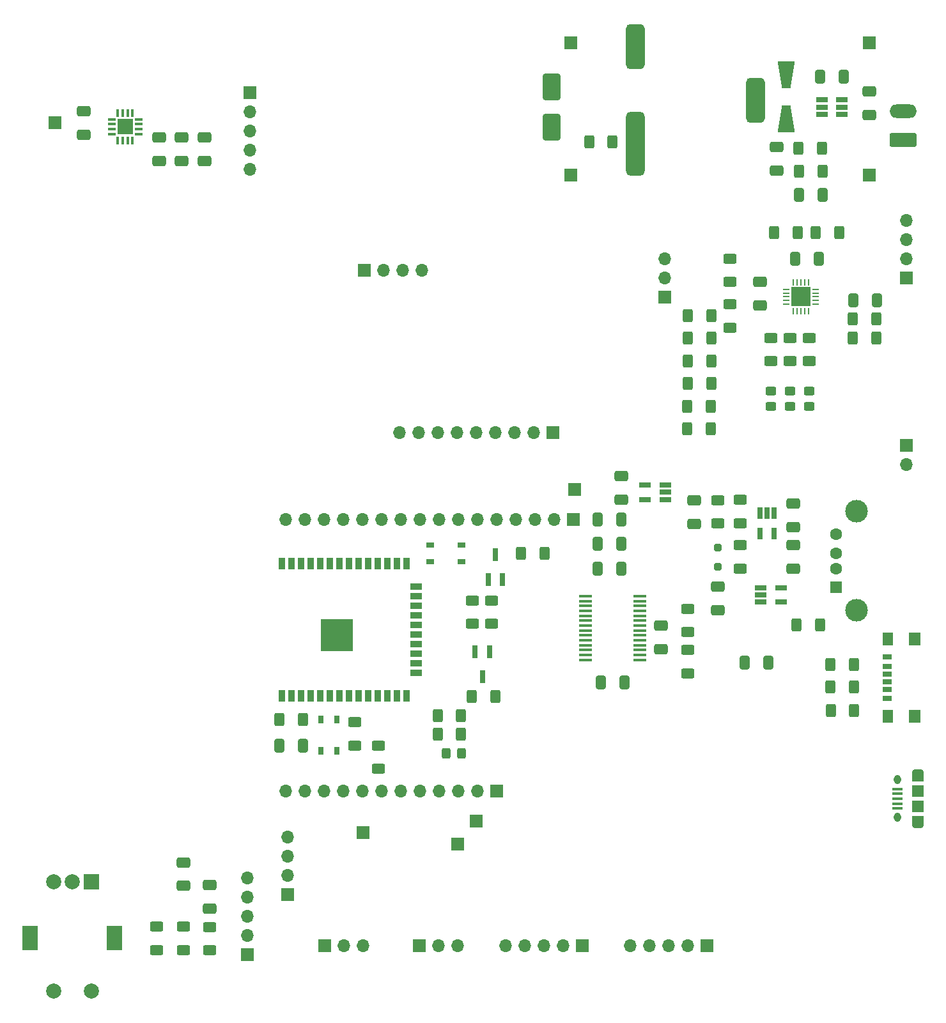
<source format=gbr>
%TF.GenerationSoftware,KiCad,Pcbnew,7.0.5-0*%
%TF.CreationDate,2024-03-26T18:43:31-04:00*%
%TF.ProjectId,PanneauSolaire,50616e6e-6561-4755-936f-6c616972652e,rev?*%
%TF.SameCoordinates,Original*%
%TF.FileFunction,Soldermask,Top*%
%TF.FilePolarity,Negative*%
%FSLAX46Y46*%
G04 Gerber Fmt 4.6, Leading zero omitted, Abs format (unit mm)*
G04 Created by KiCad (PCBNEW 7.0.5-0) date 2024-03-26 18:43:31*
%MOMM*%
%LPD*%
G01*
G04 APERTURE LIST*
G04 Aperture macros list*
%AMRoundRect*
0 Rectangle with rounded corners*
0 $1 Rounding radius*
0 $2 $3 $4 $5 $6 $7 $8 $9 X,Y pos of 4 corners*
0 Add a 4 corners polygon primitive as box body*
4,1,4,$2,$3,$4,$5,$6,$7,$8,$9,$2,$3,0*
0 Add four circle primitives for the rounded corners*
1,1,$1+$1,$2,$3*
1,1,$1+$1,$4,$5*
1,1,$1+$1,$6,$7*
1,1,$1+$1,$8,$9*
0 Add four rect primitives between the rounded corners*
20,1,$1+$1,$2,$3,$4,$5,0*
20,1,$1+$1,$4,$5,$6,$7,0*
20,1,$1+$1,$6,$7,$8,$9,0*
20,1,$1+$1,$8,$9,$2,$3,0*%
%AMOutline4P*
0 Free polygon, 4 corners , with rotation*
0 The origin of the aperture is its center*
0 number of corners: always 4*
0 $1 to $8 corner X, Y*
0 $9 Rotation angle, in degrees counterclockwise*
0 create outline with 4 corners*
4,1,4,$1,$2,$3,$4,$5,$6,$7,$8,$1,$2,$9*%
G04 Aperture macros list end*
%ADD10R,1.050000X0.650000*%
%ADD11RoundRect,0.250000X0.400000X0.625000X-0.400000X0.625000X-0.400000X-0.625000X0.400000X-0.625000X0*%
%ADD12R,4.200000X4.200000*%
%ADD13R,0.900000X1.500000*%
%ADD14R,1.500000X0.900000*%
%ADD15RoundRect,0.250000X-0.625000X0.400000X-0.625000X-0.400000X0.625000X-0.400000X0.625000X0.400000X0*%
%ADD16R,0.650000X1.560000*%
%ADD17RoundRect,0.250000X-0.412500X-0.650000X0.412500X-0.650000X0.412500X0.650000X-0.412500X0.650000X0*%
%ADD18RoundRect,0.250000X-0.450000X0.325000X-0.450000X-0.325000X0.450000X-0.325000X0.450000X0.325000X0*%
%ADD19RoundRect,0.250000X0.650000X-0.412500X0.650000X0.412500X-0.650000X0.412500X-0.650000X-0.412500X0*%
%ADD20R,1.700000X1.700000*%
%ADD21O,1.700000X1.700000*%
%ADD22RoundRect,0.250000X-0.650000X0.412500X-0.650000X-0.412500X0.650000X-0.412500X0.650000X0.412500X0*%
%ADD23R,2.000000X2.000000*%
%ADD24C,2.000000*%
%ADD25R,2.000000X3.200000*%
%ADD26RoundRect,0.625000X-0.625000X2.375000X-0.625000X-2.375000X0.625000X-2.375000X0.625000X2.375000X0*%
%ADD27RoundRect,0.625000X-0.625000X3.625000X-0.625000X-3.625000X0.625000X-3.625000X0.625000X3.625000X0*%
%ADD28RoundRect,0.250000X0.412500X0.650000X-0.412500X0.650000X-0.412500X-0.650000X0.412500X-0.650000X0*%
%ADD29RoundRect,0.250000X-0.400000X-0.625000X0.400000X-0.625000X0.400000X0.625000X-0.400000X0.625000X0*%
%ADD30R,0.800000X1.800000*%
%ADD31RoundRect,0.250000X0.625000X-0.400000X0.625000X0.400000X-0.625000X0.400000X-0.625000X-0.400000X0*%
%ADD32R,1.200000X0.700000*%
%ADD33R,1.200000X0.760000*%
%ADD34R,1.200000X0.800000*%
%ADD35R,1.350000X1.800000*%
%ADD36R,1.500000X1.800000*%
%ADD37RoundRect,0.250000X0.250000X-0.250000X0.250000X0.250000X-0.250000X0.250000X-0.250000X-0.250000X0*%
%ADD38RoundRect,0.062500X-0.350000X-0.062500X0.350000X-0.062500X0.350000X0.062500X-0.350000X0.062500X0*%
%ADD39RoundRect,0.062500X-0.062500X-0.350000X0.062500X-0.350000X0.062500X0.350000X-0.062500X0.350000X0*%
%ADD40R,2.500000X2.500000*%
%ADD41RoundRect,0.250000X1.550000X-0.650000X1.550000X0.650000X-1.550000X0.650000X-1.550000X-0.650000X0*%
%ADD42O,3.600000X1.800000*%
%ADD43R,1.105000X0.350000*%
%ADD44R,0.350000X1.105000*%
%ADD45R,2.100000X2.100000*%
%ADD46R,1.560000X0.650000*%
%ADD47Outline4P,-1.800000X-1.150000X1.800000X-0.550000X1.800000X0.550000X-1.800000X1.150000X270.000000*%
%ADD48Outline4P,-1.800000X-1.150000X1.800000X-0.550000X1.800000X0.550000X-1.800000X1.150000X90.000000*%
%ADD49R,1.500000X1.600000*%
%ADD50C,1.600000*%
%ADD51C,3.000000*%
%ADD52RoundRect,0.250000X0.900000X-1.500000X0.900000X1.500000X-0.900000X1.500000X-0.900000X-1.500000X0*%
%ADD53RoundRect,0.250000X-0.325000X-0.450000X0.325000X-0.450000X0.325000X0.450000X-0.325000X0.450000X0*%
%ADD54R,1.750000X0.450000*%
%ADD55R,0.650000X1.050000*%
%ADD56R,1.350000X0.400000*%
%ADD57O,1.550000X0.890000*%
%ADD58R,1.550000X1.200000*%
%ADD59O,0.950000X1.250000*%
%ADD60R,1.550000X1.500000*%
G04 APERTURE END LIST*
D10*
%TO.C,SW3*%
X101425000Y-92425000D03*
X105575000Y-92425000D03*
X105575000Y-94575000D03*
X101425000Y-94575000D03*
%TD*%
D11*
%TO.C,R39*%
X116550000Y-93500000D03*
X113450000Y-93500000D03*
%TD*%
D12*
%TO.C,U4*%
X89075000Y-104320000D03*
D13*
X81735000Y-94890000D03*
X83005000Y-94890000D03*
X84275000Y-94890000D03*
X85545000Y-94890000D03*
X86815000Y-94890000D03*
X88085000Y-94890000D03*
X89355000Y-94890000D03*
X90625000Y-94890000D03*
X91895000Y-94890000D03*
X93165000Y-94890000D03*
X94435000Y-94890000D03*
X95705000Y-94890000D03*
X96975000Y-94890000D03*
X98245000Y-94890000D03*
D14*
X99495000Y-97920000D03*
X99495000Y-99190000D03*
X99495000Y-100460000D03*
X99495000Y-101730000D03*
X99495000Y-103000000D03*
X99495000Y-104270000D03*
X99495000Y-105540000D03*
X99495000Y-106810000D03*
X99495000Y-108080000D03*
X99495000Y-109350000D03*
D13*
X98245000Y-112390000D03*
X96975000Y-112390000D03*
X95705000Y-112390000D03*
X94435000Y-112390000D03*
X93165000Y-112390000D03*
X91895000Y-112390000D03*
X90625000Y-112390000D03*
X89355000Y-112390000D03*
X88085000Y-112390000D03*
X86815000Y-112390000D03*
X85545000Y-112390000D03*
X84275000Y-112390000D03*
X83005000Y-112390000D03*
X81735000Y-112390000D03*
%TD*%
D15*
%TO.C,R10*%
X142500000Y-92400000D03*
X142500000Y-95500000D03*
%TD*%
D16*
%TO.C,U2*%
X146950000Y-88150000D03*
X146000000Y-88150000D03*
X145050000Y-88150000D03*
X145050000Y-90850000D03*
X146950000Y-90850000D03*
%TD*%
D17*
%TO.C,C7*%
X143037500Y-108000000D03*
X146162500Y-108000000D03*
%TD*%
D11*
%TO.C,R29*%
X110000000Y-112500000D03*
X106900000Y-112500000D03*
%TD*%
D18*
%TO.C,D2*%
X151562500Y-72000000D03*
X151562500Y-74050000D03*
%TD*%
D19*
%TO.C,C17*%
X159550000Y-35425000D03*
X159550000Y-32300000D03*
%TD*%
D20*
%TO.C,J19*%
X164500000Y-79225000D03*
D21*
X164500000Y-81765000D03*
%TD*%
D19*
%TO.C,C6*%
X149500000Y-95562500D03*
X149500000Y-92437500D03*
%TD*%
D22*
%TO.C,C24*%
X65500000Y-38397500D03*
X65500000Y-41522500D03*
%TD*%
D23*
%TO.C,SW2*%
X56500000Y-137000000D03*
D24*
X51500000Y-137000000D03*
X54000000Y-137000000D03*
D25*
X59600000Y-144500000D03*
X48400000Y-144500000D03*
D24*
X51500000Y-151500000D03*
X56500000Y-151500000D03*
%TD*%
D15*
%TO.C,R9*%
X142500000Y-86400000D03*
X142500000Y-89500000D03*
%TD*%
D22*
%TO.C,C5*%
X139500000Y-97937500D03*
X139500000Y-101062500D03*
%TD*%
%TO.C,C23*%
X71500000Y-38397500D03*
X71500000Y-41522500D03*
%TD*%
D20*
%TO.C,TP4*%
X107500000Y-129000000D03*
%TD*%
D18*
%TO.C,D1*%
X146562500Y-71975000D03*
X146562500Y-74025000D03*
%TD*%
D26*
%TO.C,L1*%
X128600000Y-26350000D03*
D27*
X128600000Y-39250000D03*
D26*
X144500000Y-33500000D03*
%TD*%
D22*
%TO.C,C22*%
X55500000Y-34897500D03*
X55500000Y-38022500D03*
%TD*%
D28*
%TO.C,C11*%
X126675000Y-89000000D03*
X123550000Y-89000000D03*
%TD*%
D29*
%TO.C,R30*%
X102400000Y-115000000D03*
X105500000Y-115000000D03*
%TD*%
D30*
%TO.C,Q2*%
X109250000Y-106500000D03*
X107350000Y-106500000D03*
X108300000Y-109800000D03*
%TD*%
%TO.C,Q1*%
X109100000Y-97000000D03*
X111000000Y-97000000D03*
X110050000Y-93700000D03*
%TD*%
D19*
%TO.C,C12*%
X132000000Y-106187500D03*
X132000000Y-103062500D03*
%TD*%
D17*
%TO.C,C1*%
X149757500Y-54500000D03*
X152882500Y-54500000D03*
%TD*%
D29*
%TO.C,R31*%
X135512500Y-65000000D03*
X138612500Y-65000000D03*
%TD*%
D11*
%TO.C,R38*%
X150062500Y-51000000D03*
X146962500Y-51000000D03*
%TD*%
D20*
%TO.C,J23*%
X120400000Y-89000000D03*
D21*
X117860000Y-89000000D03*
X115320000Y-89000000D03*
X112780000Y-89000000D03*
X110240000Y-89000000D03*
X107700000Y-89000000D03*
X105160000Y-89000000D03*
X102620000Y-89000000D03*
X100080000Y-89000000D03*
X97540000Y-89000000D03*
X95000000Y-89000000D03*
X92460000Y-89000000D03*
X89920000Y-89000000D03*
X87380000Y-89000000D03*
X84840000Y-89000000D03*
X82300000Y-89000000D03*
%TD*%
D11*
%TO.C,R34*%
X138612500Y-68000000D03*
X135512500Y-68000000D03*
%TD*%
D29*
%TO.C,R3*%
X157400000Y-62450000D03*
X160500000Y-62450000D03*
%TD*%
D20*
%TO.C,J11*%
X138075000Y-145500000D03*
D21*
X135535000Y-145500000D03*
X132995000Y-145500000D03*
X130455000Y-145500000D03*
X127915000Y-145500000D03*
%TD*%
D31*
%TO.C,R6*%
X151562500Y-68050000D03*
X151562500Y-64950000D03*
%TD*%
D32*
%TO.C,J2*%
X161967500Y-110500000D03*
D33*
X161967500Y-108480000D03*
D34*
X161967500Y-107250000D03*
D32*
X161967500Y-109500000D03*
D33*
X161967500Y-111520000D03*
D34*
X161967500Y-112750000D03*
D35*
X162022500Y-115125000D03*
D36*
X165602500Y-115125000D03*
D35*
X162022500Y-104875000D03*
D36*
X165602500Y-104875000D03*
%TD*%
D19*
%TO.C,C14*%
X72200000Y-140562500D03*
X72200000Y-137437500D03*
%TD*%
D31*
%TO.C,R13*%
X135500000Y-109425000D03*
X135500000Y-106325000D03*
%TD*%
D20*
%TO.C,J15*%
X120050000Y-43362500D03*
%TD*%
D11*
%TO.C,R32*%
X138612500Y-62000000D03*
X135512500Y-62000000D03*
%TD*%
D37*
%TO.C,D4*%
X139500000Y-95250000D03*
X139500000Y-92750000D03*
%TD*%
D38*
%TO.C,U1*%
X148562500Y-58500000D03*
X148562500Y-59000000D03*
X148562500Y-59500000D03*
X148562500Y-60000000D03*
X148562500Y-60500000D03*
D39*
X149500000Y-61437500D03*
X150000000Y-61437500D03*
X150500000Y-61437500D03*
X151000000Y-61437500D03*
X151500000Y-61437500D03*
D38*
X152437500Y-60500000D03*
X152437500Y-60000000D03*
X152437500Y-59500000D03*
X152437500Y-59000000D03*
X152437500Y-58500000D03*
D39*
X151500000Y-57562500D03*
X151000000Y-57562500D03*
X150500000Y-57562500D03*
X150000000Y-57562500D03*
X149500000Y-57562500D03*
D40*
X150500000Y-59500000D03*
%TD*%
D11*
%TO.C,R37*%
X155562500Y-51000000D03*
X152462500Y-51000000D03*
%TD*%
D20*
%TO.C,TP5*%
X105000000Y-132000000D03*
%TD*%
D41*
%TO.C,J1*%
X164067500Y-38712500D03*
D42*
X164067500Y-34902500D03*
%TD*%
D31*
%TO.C,R7*%
X149062500Y-68050000D03*
X149062500Y-64950000D03*
%TD*%
D20*
%TO.C,J17*%
X77200000Y-146660000D03*
D21*
X77200000Y-144120000D03*
X77200000Y-141580000D03*
X77200000Y-139040000D03*
X77200000Y-136500000D03*
%TD*%
D11*
%TO.C,R35*%
X138550000Y-74000000D03*
X135450000Y-74000000D03*
%TD*%
D22*
%TO.C,C2*%
X145062500Y-57487500D03*
X145062500Y-60612500D03*
%TD*%
D19*
%TO.C,C19*%
X147300000Y-42762500D03*
X147300000Y-39637500D03*
%TD*%
D29*
%TO.C,R33*%
X135512500Y-71000000D03*
X138612500Y-71000000D03*
%TD*%
D43*
%TO.C,U8*%
X59197500Y-35985000D03*
X59197500Y-36635000D03*
X59197500Y-37285000D03*
X59197500Y-37935000D03*
D44*
X60025000Y-38762500D03*
X60675000Y-38762500D03*
X61325000Y-38762500D03*
X61975000Y-38762500D03*
D43*
X62802500Y-37935000D03*
X62802500Y-37285000D03*
X62802500Y-36635000D03*
X62802500Y-35985000D03*
D44*
X61975000Y-35157500D03*
X61325000Y-35157500D03*
X60675000Y-35157500D03*
X60025000Y-35157500D03*
D45*
X61000000Y-36960000D03*
%TD*%
D29*
%TO.C,R27*%
X149950000Y-103000000D03*
X153050000Y-103000000D03*
%TD*%
D11*
%TO.C,R11*%
X157500000Y-111200000D03*
X154400000Y-111200000D03*
%TD*%
D29*
%TO.C,R4*%
X157400000Y-64950000D03*
X160500000Y-64950000D03*
%TD*%
D15*
%TO.C,R1*%
X141062500Y-54450000D03*
X141062500Y-57550000D03*
%TD*%
%TO.C,R19*%
X109500000Y-99750000D03*
X109500000Y-102850000D03*
%TD*%
D17*
%TO.C,C20*%
X150250000Y-46000000D03*
X153375000Y-46000000D03*
%TD*%
D19*
%TO.C,C16*%
X126700000Y-86362500D03*
X126700000Y-83237500D03*
%TD*%
D28*
%TO.C,C10*%
X126675000Y-92200000D03*
X123550000Y-92200000D03*
%TD*%
D20*
%TO.C,J18*%
X132500000Y-59525000D03*
D21*
X132500000Y-56985000D03*
X132500000Y-54445000D03*
%TD*%
D20*
%TO.C,J10*%
X117650000Y-77500000D03*
D21*
X115110000Y-77500000D03*
X112570000Y-77500000D03*
X110030000Y-77500000D03*
X107490000Y-77500000D03*
X104950000Y-77500000D03*
X102410000Y-77500000D03*
X99870000Y-77500000D03*
X97330000Y-77500000D03*
%TD*%
D15*
%TO.C,R2*%
X141062500Y-60500000D03*
X141062500Y-63600000D03*
%TD*%
D20*
%TO.C,J7*%
X87420000Y-145500000D03*
D21*
X89960000Y-145500000D03*
X92500000Y-145500000D03*
%TD*%
D20*
%TO.C,J16*%
X120050000Y-25862500D03*
%TD*%
D17*
%TO.C,C3*%
X157437500Y-60000000D03*
X160562500Y-60000000D03*
%TD*%
D20*
%TO.C,J3*%
X164500000Y-57040000D03*
D21*
X164500000Y-54500000D03*
X164500000Y-51960000D03*
X164500000Y-49420000D03*
%TD*%
D20*
%TO.C,TP3*%
X120500000Y-85000000D03*
%TD*%
%TO.C,J9*%
X121540000Y-145500000D03*
D21*
X119000000Y-145500000D03*
X116460000Y-145500000D03*
X113920000Y-145500000D03*
X111380000Y-145500000D03*
%TD*%
D46*
%TO.C,U7*%
X153262500Y-33412500D03*
X153262500Y-34362500D03*
X153262500Y-35312500D03*
X155962500Y-35312500D03*
X155962500Y-34362500D03*
X155962500Y-33412500D03*
%TD*%
D20*
%TO.C,J20*%
X77500000Y-32420000D03*
D21*
X77500000Y-34960000D03*
X77500000Y-37500000D03*
X77500000Y-40040000D03*
X77500000Y-42580000D03*
%TD*%
D47*
%TO.C,D6*%
X148550000Y-30100000D03*
D48*
X148550000Y-35900000D03*
%TD*%
D19*
%TO.C,C21*%
X68700000Y-137562500D03*
X68700000Y-134437500D03*
%TD*%
D11*
%TO.C,R23*%
X153300000Y-39862500D03*
X150200000Y-39862500D03*
%TD*%
D49*
%TO.C,J13*%
X155140000Y-98000000D03*
D50*
X155140000Y-95500000D03*
X155140000Y-93500000D03*
X155140000Y-91000000D03*
D51*
X157850000Y-101070000D03*
X157850000Y-87930000D03*
%TD*%
D28*
%TO.C,C8*%
X127162500Y-110600000D03*
X124037500Y-110600000D03*
%TD*%
D52*
%TO.C,D7*%
X117500000Y-37062500D03*
X117500000Y-31662500D03*
%TD*%
D53*
%TO.C,D5*%
X103475000Y-120000000D03*
X105525000Y-120000000D03*
%TD*%
D29*
%TO.C,R36*%
X135450000Y-77000000D03*
X138550000Y-77000000D03*
%TD*%
D20*
%TO.C,J14*%
X159550000Y-25862500D03*
%TD*%
D29*
%TO.C,R28*%
X154450000Y-114300000D03*
X157550000Y-114300000D03*
%TD*%
%TO.C,R22*%
X150250000Y-42862500D03*
X153350000Y-42862500D03*
%TD*%
D22*
%TO.C,C15*%
X136400000Y-86437500D03*
X136400000Y-89562500D03*
%TD*%
D28*
%TO.C,C13*%
X84562500Y-119000000D03*
X81437500Y-119000000D03*
%TD*%
D54*
%TO.C,U5*%
X122000000Y-99175000D03*
X122000000Y-99825000D03*
X122000000Y-100475000D03*
X122000000Y-101125000D03*
X122000000Y-101775000D03*
X122000000Y-102425000D03*
X122000000Y-103075000D03*
X122000000Y-103725000D03*
X122000000Y-104375000D03*
X122000000Y-105025000D03*
X122000000Y-105675000D03*
X122000000Y-106325000D03*
X122000000Y-106975000D03*
X122000000Y-107625000D03*
X129200000Y-107625000D03*
X129200000Y-106975000D03*
X129200000Y-106325000D03*
X129200000Y-105675000D03*
X129200000Y-105025000D03*
X129200000Y-104375000D03*
X129200000Y-103725000D03*
X129200000Y-103075000D03*
X129200000Y-102425000D03*
X129200000Y-101775000D03*
X129200000Y-101125000D03*
X129200000Y-100475000D03*
X129200000Y-99825000D03*
X129200000Y-99175000D03*
%TD*%
D46*
%TO.C,U6*%
X132550000Y-86350000D03*
X132550000Y-85400000D03*
X132550000Y-84450000D03*
X129850000Y-84450000D03*
X129850000Y-86350000D03*
%TD*%
D11*
%TO.C,R12*%
X157500000Y-108210000D03*
X154400000Y-108210000D03*
%TD*%
D31*
%TO.C,R24*%
X72200000Y-146100000D03*
X72200000Y-143000000D03*
%TD*%
D11*
%TO.C,R26*%
X125550000Y-39000000D03*
X122450000Y-39000000D03*
%TD*%
D31*
%TO.C,R16*%
X91400000Y-118950000D03*
X91400000Y-115850000D03*
%TD*%
D20*
%TO.C,J21*%
X51680000Y-36460000D03*
%TD*%
D31*
%TO.C,R15*%
X94500000Y-122050000D03*
X94500000Y-118950000D03*
%TD*%
D17*
%TO.C,C18*%
X153050000Y-30362500D03*
X156175000Y-30362500D03*
%TD*%
D28*
%TO.C,C9*%
X126675000Y-95550000D03*
X123550000Y-95550000D03*
%TD*%
D55*
%TO.C,SW1*%
X89075000Y-115500000D03*
X89075000Y-119650000D03*
X86925000Y-115500000D03*
X86925000Y-119650000D03*
%TD*%
D20*
%TO.C,J8*%
X82500000Y-138680000D03*
D21*
X82500000Y-136140000D03*
X82500000Y-133600000D03*
X82500000Y-131060000D03*
%TD*%
D56*
%TO.C,J4*%
X163300000Y-127300000D03*
X163300000Y-126650000D03*
X163300000Y-126000000D03*
X163300000Y-125350000D03*
X163300000Y-124700000D03*
D57*
X166000000Y-129500000D03*
D58*
X166000000Y-128900000D03*
D59*
X163300000Y-128500000D03*
D60*
X166000000Y-127000000D03*
X166000000Y-125000000D03*
D59*
X163300000Y-123500000D03*
D58*
X166000000Y-123100000D03*
D57*
X166000000Y-122500000D03*
%TD*%
D18*
%TO.C,D3*%
X149062500Y-72000000D03*
X149062500Y-74050000D03*
%TD*%
D20*
%TO.C,J5*%
X92700000Y-56000000D03*
D21*
X95240000Y-56000000D03*
X97780000Y-56000000D03*
X100320000Y-56000000D03*
%TD*%
D22*
%TO.C,C25*%
X68500000Y-38397500D03*
X68500000Y-41522500D03*
%TD*%
D29*
%TO.C,R17*%
X81450000Y-115500000D03*
X84550000Y-115500000D03*
%TD*%
D31*
%TO.C,R21*%
X65200000Y-146050000D03*
X65200000Y-142950000D03*
%TD*%
D15*
%TO.C,R8*%
X139500000Y-86450000D03*
X139500000Y-89550000D03*
%TD*%
D31*
%TO.C,R14*%
X135500000Y-103925000D03*
X135500000Y-100825000D03*
%TD*%
%TO.C,R20*%
X107000000Y-102850000D03*
X107000000Y-99750000D03*
%TD*%
%TO.C,R5*%
X146562500Y-68050000D03*
X146562500Y-64950000D03*
%TD*%
D20*
%TO.C,J12*%
X159550000Y-43362500D03*
%TD*%
%TO.C,J6*%
X99920000Y-145500000D03*
D21*
X102460000Y-145500000D03*
X105000000Y-145500000D03*
%TD*%
D46*
%TO.C,U3*%
X145150000Y-98050000D03*
X145150000Y-99000000D03*
X145150000Y-99950000D03*
X147850000Y-99950000D03*
X147850000Y-98050000D03*
%TD*%
D31*
%TO.C,R25*%
X68700000Y-146050000D03*
X68700000Y-142950000D03*
%TD*%
D20*
%TO.C,TP1*%
X92500000Y-130500000D03*
%TD*%
D29*
%TO.C,R18*%
X102400000Y-117500000D03*
X105500000Y-117500000D03*
%TD*%
D22*
%TO.C,C4*%
X149500000Y-86937500D03*
X149500000Y-90062500D03*
%TD*%
D20*
%TO.C,J22*%
X110180000Y-125000000D03*
D21*
X107640000Y-125000000D03*
X105100000Y-125000000D03*
X102560000Y-125000000D03*
X100020000Y-125000000D03*
X97480000Y-125000000D03*
X94940000Y-125000000D03*
X92400000Y-125000000D03*
X89860000Y-125000000D03*
X87320000Y-125000000D03*
X84780000Y-125000000D03*
X82240000Y-125000000D03*
%TD*%
M02*

</source>
